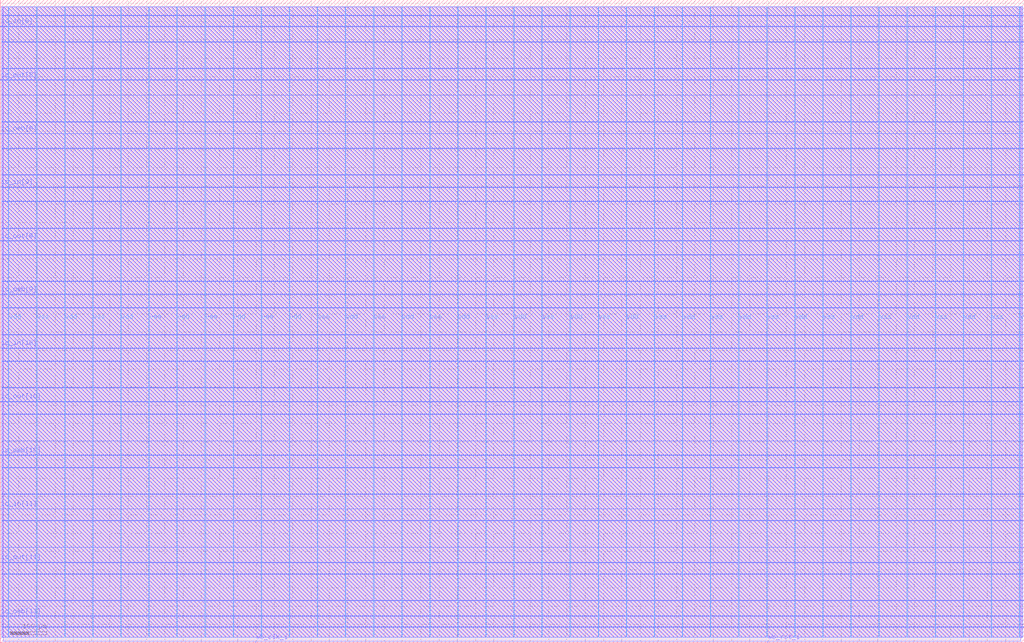
<source format=lef>
VERSION 5.7 ;
  NOWIREEXTENSIONATPIN ON ;
  DIVIDERCHAR "/" ;
  BUSBITCHARS "[]" ;
MACRO user_proj_example
  CLASS BLOCK ;
  FOREIGN user_proj_example ;
  ORIGIN 0.000 0.000 ;
  SIZE 2800.000 BY 1760.000 ;
  PIN io_in[0]
    DIRECTION INPUT ;
    USE SIGNAL ;
    PORT
      LAYER Metal3 ;
        RECT 2796.000 42.560 2800.000 43.120 ;
    END
  END io_in[0]
  PIN io_in[10]
    DIRECTION INPUT ;
    USE SIGNAL ;
    PORT
      LAYER Metal3 ;
        RECT 0.000 806.400 4.000 806.960 ;
    END
  END io_in[10]
  PIN io_in[11]
    DIRECTION INPUT ;
    USE SIGNAL ;
    PORT
      LAYER Metal3 ;
        RECT 0.000 366.240 4.000 366.800 ;
    END
  END io_in[11]
  PIN io_in[1]
    DIRECTION INPUT ;
    USE SIGNAL ;
    PORT
      LAYER Metal3 ;
        RECT 2796.000 260.960 2800.000 261.520 ;
    END
  END io_in[1]
  PIN io_in[2]
    DIRECTION INPUT ;
    USE SIGNAL ;
    PORT
      LAYER Metal3 ;
        RECT 2796.000 479.360 2800.000 479.920 ;
    END
  END io_in[2]
  PIN io_in[3]
    DIRECTION INPUT ;
    USE SIGNAL ;
    PORT
      LAYER Metal3 ;
        RECT 2796.000 697.760 2800.000 698.320 ;
    END
  END io_in[3]
  PIN io_in[4]
    DIRECTION INPUT ;
    USE SIGNAL ;
    PORT
      LAYER Metal3 ;
        RECT 2796.000 916.160 2800.000 916.720 ;
    END
  END io_in[4]
  PIN io_in[5]
    DIRECTION INPUT ;
    USE SIGNAL ;
    PORT
      LAYER Metal3 ;
        RECT 2796.000 1134.560 2800.000 1135.120 ;
    END
  END io_in[5]
  PIN io_in[6]
    DIRECTION INPUT ;
    USE SIGNAL ;
    PORT
      LAYER Metal3 ;
        RECT 2796.000 1352.960 2800.000 1353.520 ;
    END
  END io_in[6]
  PIN io_in[7]
    DIRECTION INPUT ;
    USE SIGNAL ;
    PORT
      LAYER Metal3 ;
        RECT 2796.000 1571.360 2800.000 1571.920 ;
    END
  END io_in[7]
  PIN io_in[8]
    DIRECTION INPUT ;
    USE SIGNAL ;
    PORT
      LAYER Metal3 ;
        RECT 0.000 1686.720 4.000 1687.280 ;
    END
  END io_in[8]
  PIN io_in[9]
    DIRECTION INPUT ;
    USE SIGNAL ;
    PORT
      LAYER Metal3 ;
        RECT 0.000 1246.560 4.000 1247.120 ;
    END
  END io_in[9]
  PIN io_oeb[0]
    DIRECTION OUTPUT TRISTATE ;
    USE SIGNAL ;
    ANTENNADIFFAREA 0.360800 ;
    PORT
      LAYER Metal3 ;
        RECT 2796.000 188.160 2800.000 188.720 ;
    END
  END io_oeb[0]
  PIN io_oeb[10]
    DIRECTION OUTPUT TRISTATE ;
    USE SIGNAL ;
    ANTENNADIFFAREA 0.360800 ;
    PORT
      LAYER Metal3 ;
        RECT 0.000 512.960 4.000 513.520 ;
    END
  END io_oeb[10]
  PIN io_oeb[11]
    DIRECTION OUTPUT TRISTATE ;
    USE SIGNAL ;
    ANTENNADIFFAREA 0.360800 ;
    PORT
      LAYER Metal3 ;
        RECT 0.000 72.800 4.000 73.360 ;
    END
  END io_oeb[11]
  PIN io_oeb[1]
    DIRECTION OUTPUT TRISTATE ;
    USE SIGNAL ;
    ANTENNADIFFAREA 0.360800 ;
    PORT
      LAYER Metal3 ;
        RECT 2796.000 406.560 2800.000 407.120 ;
    END
  END io_oeb[1]
  PIN io_oeb[2]
    DIRECTION OUTPUT TRISTATE ;
    USE SIGNAL ;
    ANTENNADIFFAREA 0.360800 ;
    PORT
      LAYER Metal3 ;
        RECT 2796.000 624.960 2800.000 625.520 ;
    END
  END io_oeb[2]
  PIN io_oeb[3]
    DIRECTION OUTPUT TRISTATE ;
    USE SIGNAL ;
    ANTENNADIFFAREA 0.360800 ;
    PORT
      LAYER Metal3 ;
        RECT 2796.000 843.360 2800.000 843.920 ;
    END
  END io_oeb[3]
  PIN io_oeb[4]
    DIRECTION OUTPUT TRISTATE ;
    USE SIGNAL ;
    ANTENNADIFFAREA 0.360800 ;
    PORT
      LAYER Metal3 ;
        RECT 2796.000 1061.760 2800.000 1062.320 ;
    END
  END io_oeb[4]
  PIN io_oeb[5]
    DIRECTION OUTPUT TRISTATE ;
    USE SIGNAL ;
    ANTENNADIFFAREA 0.360800 ;
    PORT
      LAYER Metal3 ;
        RECT 2796.000 1280.160 2800.000 1280.720 ;
    END
  END io_oeb[5]
  PIN io_oeb[6]
    DIRECTION OUTPUT TRISTATE ;
    USE SIGNAL ;
    ANTENNADIFFAREA 0.360800 ;
    PORT
      LAYER Metal3 ;
        RECT 2796.000 1498.560 2800.000 1499.120 ;
    END
  END io_oeb[6]
  PIN io_oeb[7]
    DIRECTION OUTPUT TRISTATE ;
    USE SIGNAL ;
    ANTENNADIFFAREA 0.360800 ;
    PORT
      LAYER Metal3 ;
        RECT 2796.000 1716.960 2800.000 1717.520 ;
    END
  END io_oeb[7]
  PIN io_oeb[8]
    DIRECTION OUTPUT TRISTATE ;
    USE SIGNAL ;
    ANTENNADIFFAREA 0.360800 ;
    PORT
      LAYER Metal3 ;
        RECT 0.000 1393.280 4.000 1393.840 ;
    END
  END io_oeb[8]
  PIN io_oeb[9]
    DIRECTION OUTPUT TRISTATE ;
    USE SIGNAL ;
    ANTENNADIFFAREA 0.360800 ;
    PORT
      LAYER Metal3 ;
        RECT 0.000 953.120 4.000 953.680 ;
    END
  END io_oeb[9]
  PIN io_out[0]
    DIRECTION OUTPUT TRISTATE ;
    USE SIGNAL ;
    ANTENNADIFFAREA 4.731200 ;
    PORT
      LAYER Metal3 ;
        RECT 2796.000 115.360 2800.000 115.920 ;
    END
  END io_out[0]
  PIN io_out[10]
    DIRECTION OUTPUT TRISTATE ;
    USE SIGNAL ;
    ANTENNADIFFAREA 4.731200 ;
    PORT
      LAYER Metal3 ;
        RECT 0.000 659.680 4.000 660.240 ;
    END
  END io_out[10]
  PIN io_out[11]
    DIRECTION OUTPUT TRISTATE ;
    USE SIGNAL ;
    ANTENNADIFFAREA 0.360800 ;
    PORT
      LAYER Metal3 ;
        RECT 0.000 219.520 4.000 220.080 ;
    END
  END io_out[11]
  PIN io_out[1]
    DIRECTION OUTPUT TRISTATE ;
    USE SIGNAL ;
    ANTENNADIFFAREA 4.731200 ;
    PORT
      LAYER Metal3 ;
        RECT 2796.000 333.760 2800.000 334.320 ;
    END
  END io_out[1]
  PIN io_out[2]
    DIRECTION OUTPUT TRISTATE ;
    USE SIGNAL ;
    ANTENNADIFFAREA 4.731200 ;
    PORT
      LAYER Metal3 ;
        RECT 2796.000 552.160 2800.000 552.720 ;
    END
  END io_out[2]
  PIN io_out[3]
    DIRECTION OUTPUT TRISTATE ;
    USE SIGNAL ;
    ANTENNADIFFAREA 4.731200 ;
    PORT
      LAYER Metal3 ;
        RECT 2796.000 770.560 2800.000 771.120 ;
    END
  END io_out[3]
  PIN io_out[4]
    DIRECTION OUTPUT TRISTATE ;
    USE SIGNAL ;
    ANTENNADIFFAREA 4.731200 ;
    PORT
      LAYER Metal3 ;
        RECT 2796.000 988.960 2800.000 989.520 ;
    END
  END io_out[4]
  PIN io_out[5]
    DIRECTION OUTPUT TRISTATE ;
    USE SIGNAL ;
    ANTENNADIFFAREA 4.731200 ;
    PORT
      LAYER Metal3 ;
        RECT 2796.000 1207.360 2800.000 1207.920 ;
    END
  END io_out[5]
  PIN io_out[6]
    DIRECTION OUTPUT TRISTATE ;
    USE SIGNAL ;
    ANTENNADIFFAREA 4.731200 ;
    PORT
      LAYER Metal3 ;
        RECT 2796.000 1425.760 2800.000 1426.320 ;
    END
  END io_out[6]
  PIN io_out[7]
    DIRECTION OUTPUT TRISTATE ;
    USE SIGNAL ;
    ANTENNADIFFAREA 4.731200 ;
    PORT
      LAYER Metal3 ;
        RECT 2796.000 1644.160 2800.000 1644.720 ;
    END
  END io_out[7]
  PIN io_out[8]
    DIRECTION OUTPUT TRISTATE ;
    USE SIGNAL ;
    ANTENNADIFFAREA 4.731200 ;
    PORT
      LAYER Metal3 ;
        RECT 0.000 1540.000 4.000 1540.560 ;
    END
  END io_out[8]
  PIN io_out[9]
    DIRECTION OUTPUT TRISTATE ;
    USE SIGNAL ;
    ANTENNADIFFAREA 4.731200 ;
    PORT
      LAYER Metal3 ;
        RECT 0.000 1099.840 4.000 1100.400 ;
    END
  END io_out[9]
  PIN vdd
    DIRECTION INOUT ;
    USE POWER ;
    PORT
      LAYER Metal4 ;
        RECT 22.240 15.380 23.840 1740.780 ;
    END
    PORT
      LAYER Metal4 ;
        RECT 175.840 15.380 177.440 1740.780 ;
    END
    PORT
      LAYER Metal4 ;
        RECT 329.440 15.380 331.040 1740.780 ;
    END
    PORT
      LAYER Metal4 ;
        RECT 483.040 15.380 484.640 1740.780 ;
    END
    PORT
      LAYER Metal4 ;
        RECT 636.640 15.380 638.240 1740.780 ;
    END
    PORT
      LAYER Metal4 ;
        RECT 790.240 15.380 791.840 1740.780 ;
    END
    PORT
      LAYER Metal4 ;
        RECT 943.840 15.380 945.440 1740.780 ;
    END
    PORT
      LAYER Metal4 ;
        RECT 1097.440 15.380 1099.040 1740.780 ;
    END
    PORT
      LAYER Metal4 ;
        RECT 1251.040 15.380 1252.640 1740.780 ;
    END
    PORT
      LAYER Metal4 ;
        RECT 1404.640 15.380 1406.240 1740.780 ;
    END
    PORT
      LAYER Metal4 ;
        RECT 1558.240 15.380 1559.840 1740.780 ;
    END
    PORT
      LAYER Metal4 ;
        RECT 1711.840 15.380 1713.440 1740.780 ;
    END
    PORT
      LAYER Metal4 ;
        RECT 1865.440 15.380 1867.040 1740.780 ;
    END
    PORT
      LAYER Metal4 ;
        RECT 2019.040 15.380 2020.640 1740.780 ;
    END
    PORT
      LAYER Metal4 ;
        RECT 2172.640 15.380 2174.240 1740.780 ;
    END
    PORT
      LAYER Metal4 ;
        RECT 2326.240 15.380 2327.840 1740.780 ;
    END
    PORT
      LAYER Metal4 ;
        RECT 2479.840 15.380 2481.440 1740.780 ;
    END
    PORT
      LAYER Metal4 ;
        RECT 2633.440 15.380 2635.040 1740.780 ;
    END
    PORT
      LAYER Metal4 ;
        RECT 2787.040 15.380 2788.640 1740.780 ;
    END
  END vdd
  PIN vss
    DIRECTION INOUT ;
    USE GROUND ;
    PORT
      LAYER Metal4 ;
        RECT 99.040 15.380 100.640 1740.780 ;
    END
    PORT
      LAYER Metal4 ;
        RECT 252.640 15.380 254.240 1740.780 ;
    END
    PORT
      LAYER Metal4 ;
        RECT 406.240 15.380 407.840 1740.780 ;
    END
    PORT
      LAYER Metal4 ;
        RECT 559.840 15.380 561.440 1740.780 ;
    END
    PORT
      LAYER Metal4 ;
        RECT 713.440 15.380 715.040 1740.780 ;
    END
    PORT
      LAYER Metal4 ;
        RECT 867.040 15.380 868.640 1740.780 ;
    END
    PORT
      LAYER Metal4 ;
        RECT 1020.640 15.380 1022.240 1740.780 ;
    END
    PORT
      LAYER Metal4 ;
        RECT 1174.240 15.380 1175.840 1740.780 ;
    END
    PORT
      LAYER Metal4 ;
        RECT 1327.840 15.380 1329.440 1740.780 ;
    END
    PORT
      LAYER Metal4 ;
        RECT 1481.440 15.380 1483.040 1740.780 ;
    END
    PORT
      LAYER Metal4 ;
        RECT 1635.040 15.380 1636.640 1740.780 ;
    END
    PORT
      LAYER Metal4 ;
        RECT 1788.640 15.380 1790.240 1740.780 ;
    END
    PORT
      LAYER Metal4 ;
        RECT 1942.240 15.380 1943.840 1740.780 ;
    END
    PORT
      LAYER Metal4 ;
        RECT 2095.840 15.380 2097.440 1740.780 ;
    END
    PORT
      LAYER Metal4 ;
        RECT 2249.440 15.380 2251.040 1740.780 ;
    END
    PORT
      LAYER Metal4 ;
        RECT 2403.040 15.380 2404.640 1740.780 ;
    END
    PORT
      LAYER Metal4 ;
        RECT 2556.640 15.380 2558.240 1740.780 ;
    END
    PORT
      LAYER Metal4 ;
        RECT 2710.240 15.380 2711.840 1740.780 ;
    END
  END vss
  PIN wb_clk_i
    DIRECTION INPUT ;
    USE SIGNAL ;
    ANTENNAGATEAREA 4.738000 ;
    ANTENNADIFFAREA 0.410400 ;
    PORT
      LAYER Metal2 ;
        RECT 698.880 0.000 699.440 4.000 ;
    END
  END wb_clk_i
  PIN wb_rst_i
    DIRECTION INPUT ;
    USE SIGNAL ;
    ANTENNAGATEAREA 2.204000 ;
    ANTENNADIFFAREA 0.410400 ;
    PORT
      LAYER Metal2 ;
        RECT 2098.880 0.000 2099.440 4.000 ;
    END
  END wb_rst_i
  OBS
      LAYER Metal1 ;
        RECT 6.720 15.380 2793.280 1740.780 ;
      LAYER Metal2 ;
        RECT 8.540 4.300 2791.460 1740.670 ;
        RECT 8.540 4.000 698.580 4.300 ;
        RECT 699.740 4.000 2098.580 4.300 ;
        RECT 2099.740 4.000 2791.460 4.300 ;
      LAYER Metal3 ;
        RECT 4.000 1717.820 2796.000 1740.620 ;
        RECT 4.000 1716.660 2795.700 1717.820 ;
        RECT 4.000 1687.580 2796.000 1716.660 ;
        RECT 4.300 1686.420 2796.000 1687.580 ;
        RECT 4.000 1645.020 2796.000 1686.420 ;
        RECT 4.000 1643.860 2795.700 1645.020 ;
        RECT 4.000 1572.220 2796.000 1643.860 ;
        RECT 4.000 1571.060 2795.700 1572.220 ;
        RECT 4.000 1540.860 2796.000 1571.060 ;
        RECT 4.300 1539.700 2796.000 1540.860 ;
        RECT 4.000 1499.420 2796.000 1539.700 ;
        RECT 4.000 1498.260 2795.700 1499.420 ;
        RECT 4.000 1426.620 2796.000 1498.260 ;
        RECT 4.000 1425.460 2795.700 1426.620 ;
        RECT 4.000 1394.140 2796.000 1425.460 ;
        RECT 4.300 1392.980 2796.000 1394.140 ;
        RECT 4.000 1353.820 2796.000 1392.980 ;
        RECT 4.000 1352.660 2795.700 1353.820 ;
        RECT 4.000 1281.020 2796.000 1352.660 ;
        RECT 4.000 1279.860 2795.700 1281.020 ;
        RECT 4.000 1247.420 2796.000 1279.860 ;
        RECT 4.300 1246.260 2796.000 1247.420 ;
        RECT 4.000 1208.220 2796.000 1246.260 ;
        RECT 4.000 1207.060 2795.700 1208.220 ;
        RECT 4.000 1135.420 2796.000 1207.060 ;
        RECT 4.000 1134.260 2795.700 1135.420 ;
        RECT 4.000 1100.700 2796.000 1134.260 ;
        RECT 4.300 1099.540 2796.000 1100.700 ;
        RECT 4.000 1062.620 2796.000 1099.540 ;
        RECT 4.000 1061.460 2795.700 1062.620 ;
        RECT 4.000 989.820 2796.000 1061.460 ;
        RECT 4.000 988.660 2795.700 989.820 ;
        RECT 4.000 953.980 2796.000 988.660 ;
        RECT 4.300 952.820 2796.000 953.980 ;
        RECT 4.000 917.020 2796.000 952.820 ;
        RECT 4.000 915.860 2795.700 917.020 ;
        RECT 4.000 844.220 2796.000 915.860 ;
        RECT 4.000 843.060 2795.700 844.220 ;
        RECT 4.000 807.260 2796.000 843.060 ;
        RECT 4.300 806.100 2796.000 807.260 ;
        RECT 4.000 771.420 2796.000 806.100 ;
        RECT 4.000 770.260 2795.700 771.420 ;
        RECT 4.000 698.620 2796.000 770.260 ;
        RECT 4.000 697.460 2795.700 698.620 ;
        RECT 4.000 660.540 2796.000 697.460 ;
        RECT 4.300 659.380 2796.000 660.540 ;
        RECT 4.000 625.820 2796.000 659.380 ;
        RECT 4.000 624.660 2795.700 625.820 ;
        RECT 4.000 553.020 2796.000 624.660 ;
        RECT 4.000 551.860 2795.700 553.020 ;
        RECT 4.000 513.820 2796.000 551.860 ;
        RECT 4.300 512.660 2796.000 513.820 ;
        RECT 4.000 480.220 2796.000 512.660 ;
        RECT 4.000 479.060 2795.700 480.220 ;
        RECT 4.000 407.420 2796.000 479.060 ;
        RECT 4.000 406.260 2795.700 407.420 ;
        RECT 4.000 367.100 2796.000 406.260 ;
        RECT 4.300 365.940 2796.000 367.100 ;
        RECT 4.000 334.620 2796.000 365.940 ;
        RECT 4.000 333.460 2795.700 334.620 ;
        RECT 4.000 261.820 2796.000 333.460 ;
        RECT 4.000 260.660 2795.700 261.820 ;
        RECT 4.000 220.380 2796.000 260.660 ;
        RECT 4.300 219.220 2796.000 220.380 ;
        RECT 4.000 189.020 2796.000 219.220 ;
        RECT 4.000 187.860 2795.700 189.020 ;
        RECT 4.000 116.220 2796.000 187.860 ;
        RECT 4.000 115.060 2795.700 116.220 ;
        RECT 4.000 73.660 2796.000 115.060 ;
        RECT 4.300 72.500 2796.000 73.660 ;
        RECT 4.000 43.420 2796.000 72.500 ;
        RECT 4.000 42.260 2795.700 43.420 ;
        RECT 4.000 15.540 2796.000 42.260 ;
      LAYER Metal4 ;
        RECT 2702.140 476.090 2702.420 478.710 ;
  END
END user_proj_example
END LIBRARY


</source>
